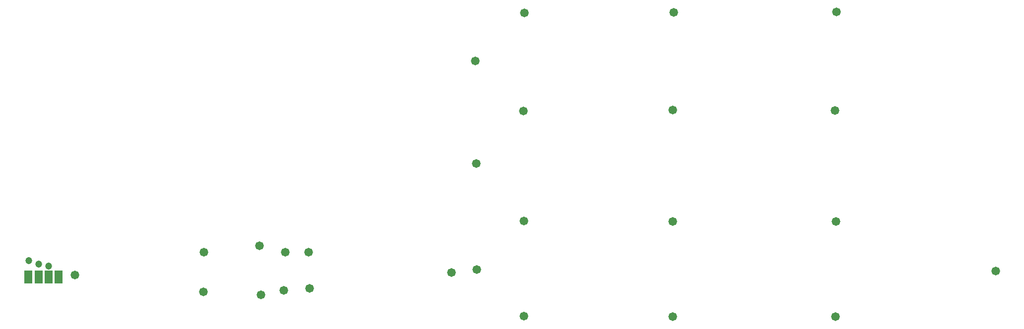
<source format=gts>
G04*
G04 #@! TF.GenerationSoftware,Altium Limited,Altium Designer,18.0.7 (293)*
G04*
G04 Layer_Color=8388736*
%FSAX25Y25*%
%MOIN*%
G70*
G01*
G75*
%ADD12R,0.05524X0.08674*%
%ADD13C,0.05800*%
%ADD14C,0.04737*%
D12*
X0141707Y0144353D02*
D03*
X0148400D02*
D03*
X0155093D02*
D03*
X0161786D02*
D03*
D13*
X0297900Y0132454D02*
D03*
X0297000Y0165454D02*
D03*
X0330590Y0136854D02*
D03*
X0313267Y0135453D02*
D03*
X0329900Y0160953D02*
D03*
X0314200D02*
D03*
X0474800Y0322064D02*
D03*
X0575100Y0322253D02*
D03*
X0684400Y0322654D02*
D03*
X0683500Y0256453D02*
D03*
X0574700Y0256554D02*
D03*
X0474200Y0256053D02*
D03*
X0474500Y0181954D02*
D03*
X0574700Y0181754D02*
D03*
X0684300Y0181553D02*
D03*
X0684000Y0117553D02*
D03*
X0574500Y0117853D02*
D03*
X0474500Y0118154D02*
D03*
X0172900Y0145653D02*
D03*
X0259200Y0134254D02*
D03*
X0259600Y0161054D02*
D03*
X0426000Y0147353D02*
D03*
X0791500Y0148354D02*
D03*
X0442000Y0289854D02*
D03*
X0442500Y0220853D02*
D03*
X0443000Y0149354D02*
D03*
D14*
X0155200Y0151854D02*
D03*
X0148400Y0152954D02*
D03*
X0141800Y0155353D02*
D03*
M02*

</source>
